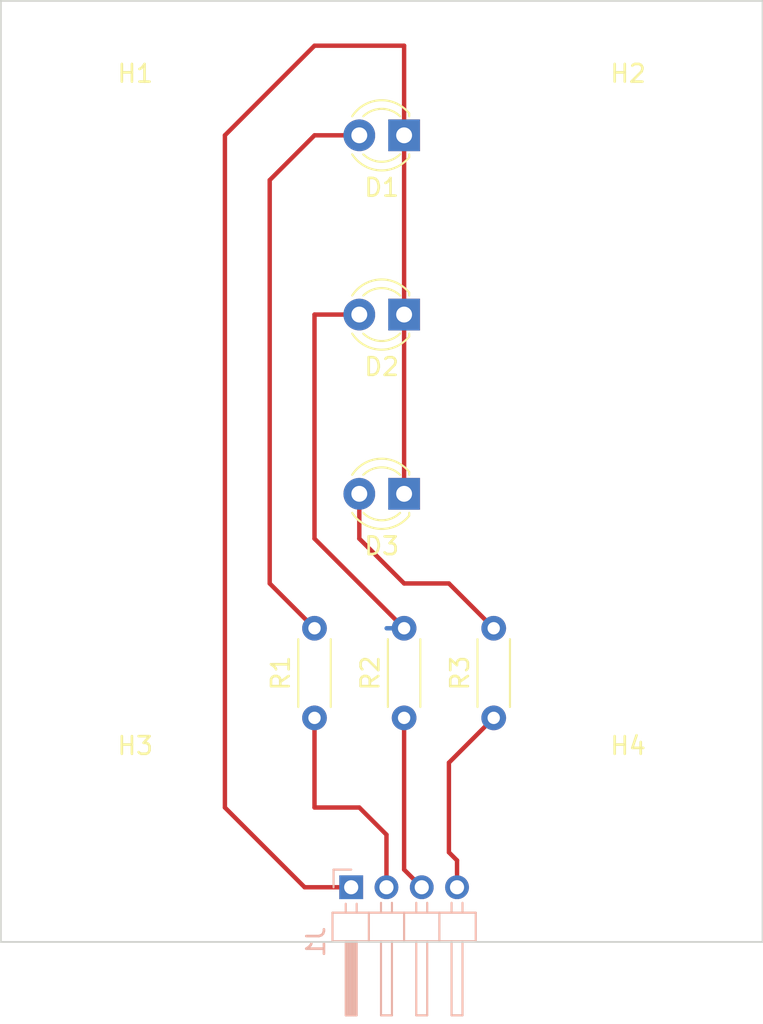
<source format=kicad_pcb>
(kicad_pcb (version 20221018) (generator pcbnew)
  (layers (0 "F.Cu" signal) (31 "B.Cu" signal) (34 "B.Paste" user) (35 "F.Paste" user) (36 "B.SilkS" user "B.Silkscreen") (37 "F.SilkS" user "F.Silkscreen") (38 "B.Mask" user) (39 "F.Mask" user) (44 "Edge.Cuts" user))
  (net 0 "")
  (net 1 "Net-(D1-K)")
  (net 2 "Net-(D1-A)")
  (net 3 "Net-(D2-A)")
  (net 4 "Net-(D3-A)")
  (net 5 "Net-(J1-Pin_2)")
  (net 6 "Net-(J1-Pin_3)")
  (net 7 "Net-(J1-Pin_4)")
  (footprint "MountingHole:MountingHole_2.5mm" (layer "F.Cu") (at 215.9 109.22)
    (fp_text reference "H4" (at 0 -3.5) (layer "F.SilkS"))
    (fp_text value "MountingHole")
    (pad "" np_thru_hole circle (at 0 0) (size 2.5 2.5) (drill 2.5) (layers "*.Cu" "*.Mask"))
  )
  (footprint "Resistor_THT:R_Axial_DIN0204_L3.6mm_D1.6mm_P5.08mm_Horizontal" (layer "F.Cu") (at 203.2 104.14 90)
    (fp_text reference "R2" (at 2.54 -1.92 90) (layer "F.SilkS"))
    (fp_text value "R")
    (fp_line (start 0.62 -0.92) (end 4.46 -0.92) (stroke (width 0.12)) (layer "F.SilkS"))
    (fp_line (start 0.62 0.92) (end 4.46 0.92) (stroke (width 0.12)) (layer "F.SilkS"))
    (pad "1" thru_hole circle (at 0 0 90) (size 1.4 1.4) (drill 0.7) (layers "*.Cu" "*.Mask") (net 6 "Net-(J1-Pin_3)"))
    (pad "2" thru_hole oval (at 5.08 0 90) (size 1.4 1.4) (drill 0.7) (layers "*.Cu" "*.Mask") (net 3 "Net-(D2-A)"))
  )
  (footprint "LED_THT:LED_D3.0mm" (layer "F.Cu") (at 203.2 71.12 180)
    (fp_text reference "D1" (at 1.27 -2.96) (layer "F.SilkS"))
    (fp_text value "LED")
    (fp_line (start -0.29 -1.236) (end -0.29 -1.08) (stroke (width 0.12)) (layer "F.SilkS"))
    (fp_line (start -0.29 1.08) (end -0.29 1.236) (stroke (width 0.12)) (layer "F.SilkS"))
    (fp_arc (start -0.29 -1.235516) (mid 1.366487 -1.987659) (end 2.942335 -1.078608) (stroke (width 0.12)) (layer "F.SilkS"))
    (fp_arc (start 0.229039 -1.08) (mid 1.270117 -1.5) (end 2.31113 -1.079837) (stroke (width 0.12)) (layer "F.SilkS"))
    (fp_arc (start 2.31113 1.079837) (mid 1.270117 1.5) (end 0.229039 1.08) (stroke (width 0.12)) (layer "F.SilkS"))
    (fp_arc (start 2.942335 1.078608) (mid 1.366487 1.987659) (end -0.29 1.235516) (stroke (width 0.12)) (layer "F.SilkS"))
    (pad "1" thru_hole rect (at 0 0 180) (size 1.8 1.8) (drill 0.9) (layers "*.Cu" "*.Mask") (net 1 "Net-(D1-K)"))
    (pad "2" thru_hole circle (at 2.54 0 180) (size 1.8 1.8) (drill 0.9) (layers "*.Cu" "*.Mask") (net 2 "Net-(D1-A)"))
  )
  (footprint "MountingHole:MountingHole_2.5mm" (layer "F.Cu") (at 187.96 71.12)
    (fp_text reference "H1" (at 0 -3.5) (layer "F.SilkS"))
    (fp_text value "MountingHole")
    (pad "" np_thru_hole circle (at 0 0) (size 2.5 2.5) (drill 2.5) (layers "*.Cu" "*.Mask"))
  )
  (footprint "Resistor_THT:R_Axial_DIN0204_L3.6mm_D1.6mm_P5.08mm_Horizontal" (layer "F.Cu") (at 198.12 104.14 90)
    (fp_text reference "R1" (at 2.54 -1.92 90) (layer "F.SilkS"))
    (fp_text value "R")
    (fp_line (start 0.62 -0.92) (end 4.46 -0.92) (stroke (width 0.12)) (layer "F.SilkS"))
    (fp_line (start 0.62 0.92) (end 4.46 0.92) (stroke (width 0.12)) (layer "F.SilkS"))
    (pad "1" thru_hole circle (at 0 0 90) (size 1.4 1.4) (drill 0.7) (layers "*.Cu" "*.Mask") (net 5 "Net-(J1-Pin_2)"))
    (pad "2" thru_hole oval (at 5.08 0 90) (size 1.4 1.4) (drill 0.7) (layers "*.Cu" "*.Mask") (net 2 "Net-(D1-A)"))
  )
  (footprint "LED_THT:LED_D3.0mm" (layer "F.Cu") (at 203.2 91.44 180)
    (fp_text reference "D3" (at 1.27 -2.96) (layer "F.SilkS"))
    (fp_text value "LED")
    (fp_line (start -0.29 -1.236) (end -0.29 -1.08) (stroke (width 0.12)) (layer "F.SilkS"))
    (fp_line (start -0.29 1.08) (end -0.29 1.236) (stroke (width 0.12)) (layer "F.SilkS"))
    (fp_arc (start -0.29 -1.235516) (mid 1.366487 -1.987659) (end 2.942335 -1.078608) (stroke (width 0.12)) (layer "F.SilkS"))
    (fp_arc (start 0.229039 -1.08) (mid 1.270117 -1.5) (end 2.31113 -1.079837) (stroke (width 0.12)) (layer "F.SilkS"))
    (fp_arc (start 2.31113 1.079837) (mid 1.270117 1.5) (end 0.229039 1.08) (stroke (width 0.12)) (layer "F.SilkS"))
    (fp_arc (start 2.942335 1.078608) (mid 1.366487 1.987659) (end -0.29 1.235516) (stroke (width 0.12)) (layer "F.SilkS"))
    (pad "1" thru_hole rect (at 0 0 180) (size 1.8 1.8) (drill 0.9) (layers "*.Cu" "*.Mask") (net 1 "Net-(D1-K)"))
    (pad "2" thru_hole circle (at 2.54 0 180) (size 1.8 1.8) (drill 0.9) (layers "*.Cu" "*.Mask") (net 4 "Net-(D3-A)"))
  )
  (footprint "LED_THT:LED_D3.0mm" (layer "F.Cu") (at 203.2 81.28 180)
    (fp_text reference "D2" (at 1.27 -2.96) (layer "F.SilkS"))
    (fp_text value "LED")
    (fp_line (start -0.29 -1.236) (end -0.29 -1.08) (stroke (width 0.12)) (layer "F.SilkS"))
    (fp_line (start -0.29 1.08) (end -0.29 1.236) (stroke (width 0.12)) (layer "F.SilkS"))
    (fp_arc (start -0.29 -1.235516) (mid 1.366487 -1.987659) (end 2.942335 -1.078608) (stroke (width 0.12)) (layer "F.SilkS"))
    (fp_arc (start 0.229039 -1.08) (mid 1.270117 -1.5) (end 2.31113 -1.079837) (stroke (width 0.12)) (layer "F.SilkS"))
    (fp_arc (start 2.31113 1.079837) (mid 1.270117 1.5) (end 0.229039 1.08) (stroke (width 0.12)) (layer "F.SilkS"))
    (fp_arc (start 2.942335 1.078608) (mid 1.366487 1.987659) (end -0.29 1.235516) (stroke (width 0.12)) (layer "F.SilkS"))
    (pad "1" thru_hole rect (at 0 0 180) (size 1.8 1.8) (drill 0.9) (layers "*.Cu" "*.Mask") (net 1 "Net-(D1-K)"))
    (pad "2" thru_hole circle (at 2.54 0 180) (size 1.8 1.8) (drill 0.9) (layers "*.Cu" "*.Mask") (net 3 "Net-(D2-A)"))
  )
  (footprint "Resistor_THT:R_Axial_DIN0204_L3.6mm_D1.6mm_P5.08mm_Horizontal" (layer "F.Cu") (at 208.28 104.14 90)
    (fp_text reference "R3" (at 2.54 -1.92 90) (layer "F.SilkS"))
    (fp_text value "R")
    (fp_line (start 0.62 -0.92) (end 4.46 -0.92) (stroke (width 0.12)) (layer "F.SilkS"))
    (fp_line (start 0.62 0.92) (end 4.46 0.92) (stroke (width 0.12)) (layer "F.SilkS"))
    (pad "1" thru_hole circle (at 0 0 90) (size 1.4 1.4) (drill 0.7) (layers "*.Cu" "*.Mask") (net 7 "Net-(J1-Pin_4)"))
    (pad "2" thru_hole oval (at 5.08 0 90) (size 1.4 1.4) (drill 0.7) (layers "*.Cu" "*.Mask") (net 4 "Net-(D3-A)"))
  )
  (footprint "MountingHole:MountingHole_2.5mm" (layer "F.Cu") (at 187.96 109.22)
    (fp_text reference "H3" (at 0 -3.5) (layer "F.SilkS"))
    (fp_text value "MountingHole")
    (pad "" np_thru_hole circle (at 0 0) (size 2.5 2.5) (drill 2.5) (layers "*.Cu" "*.Mask"))
  )
  (footprint "MountingHole:MountingHole_2.5mm" (layer "F.Cu") (at 215.9 71.12)
    (fp_text reference "H2" (at 0 -3.5) (layer "F.SilkS"))
    (fp_text value "MountingHole")
    (pad "" np_thru_hole circle (at 0 0) (size 2.5 2.5) (drill 2.5) (layers "*.Cu" "*.Mask"))
  )
  (footprint "Connector_PinHeader_2.00mm:PinHeader_1x04_P2.00mm_Horizontal" (layer "B.Cu") (at 200.2 113.74 -90)
    (fp_text reference "J1" (at 3.1 2 90) (layer "B.SilkS") (effects (justify mirror)))
    (fp_text value "Conn_01x04")
    (fp_line (start -1 0) (end -1 1) (stroke (width 0.12)) (layer "B.SilkS"))
    (fp_line (start -1 1) (end 0 1) (stroke (width 0.12)) (layer "B.SilkS"))
    (fp_line (start 0.882114 -6.31) (end 1.44 -6.31) (stroke (width 0.12)) (layer "B.SilkS"))
    (fp_line (start 0.882114 -5.69) (end 1.44 -5.69) (stroke (width 0.12)) (layer "B.SilkS"))
    (fp_line (start 0.882114 -4.31) (end 1.44 -4.31) (stroke (width 0.12)) (layer "B.SilkS"))
    (fp_line (start 0.882114 -3.69) (end 1.44 -3.69) (stroke (width 0.12)) (layer "B.SilkS"))
    (fp_line (start 0.882114 -2.31) (end 1.44 -2.31) (stroke (width 0.12)) (layer "B.SilkS"))
    (fp_line (start 0.882114 -1.69) (end 1.44 -1.69) (stroke (width 0.12)) (layer "B.SilkS"))
    (fp_line (start 0.935 -0.31) (end 1.44 -0.31) (stroke (width 0.12)) (layer "B.SilkS"))
    (fp_line (start 0.935 0.31) (end 1.44 0.31) (stroke (width 0.12)) (layer "B.SilkS"))
    (fp_line (start 1.44 -7.06) (end 3.06 -7.06) (stroke (width 0.12)) (layer "B.SilkS"))
    (fp_line (start 1.44 -5) (end 3.06 -5) (stroke (width 0.12)) (layer "B.SilkS"))
    (fp_line (start 1.44 -3) (end 3.06 -3) (stroke (width 0.12)) (layer "B.SilkS"))
    (fp_line (start 1.44 -1) (end 3.06 -1) (stroke (width 0.12)) (layer "B.SilkS"))
    (fp_line (start 1.44 1.06) (end 1.44 -7.06) (stroke (width 0.12)) (layer "B.SilkS"))
    (fp_line (start 3.06 -7.06) (end 3.06 1.06) (stroke (width 0.12)) (layer "B.SilkS"))
    (fp_line (start 3.06 -5.69) (end 7.26 -5.69) (stroke (width 0.12)) (layer "B.SilkS"))
    (fp_line (start 3.06 -3.69) (end 7.26 -3.69) (stroke (width 0.12)) (layer "B.SilkS"))
    (fp_line (start 3.06 -1.69) (end 7.26 -1.69) (stroke (width 0.12)) (layer "B.SilkS"))
    (fp_line (start 3.06 -0.23) (end 7.26 -0.23) (stroke (width 0.12)) (layer "B.SilkS"))
    (fp_line (start 3.06 -0.11) (end 7.26 -0.11) (stroke (width 0.12)) (layer "B.SilkS"))
    (fp_line (start 3.06 0.01) (end 7.26 0.01) (stroke (width 0.12)) (layer "B.SilkS"))
    (fp_line (start 3.06 0.13) (end 7.26 0.13) (stroke (width 0.12)) (layer "B.SilkS"))
    (fp_line (start 3.06 0.25) (end 7.26 0.25) (stroke (width 0.12)) (layer "B.SilkS"))
    (fp_line (start 3.06 0.31) (end 7.26 0.31) (stroke (width 0.12)) (layer "B.SilkS"))
    (fp_line (start 3.06 1.06) (end 1.44 1.06) (stroke (width 0.12)) (layer "B.SilkS"))
    (fp_line (start 7.26 -6.31) (end 3.06 -6.31) (stroke (width 0.12)) (layer "B.SilkS"))
    (fp_line (start 7.26 -5.69) (end 7.26 -6.31) (stroke (width 0.12)) (layer "B.SilkS"))
    (fp_line (start 7.26 -4.31) (end 3.06 -4.31) (stroke (width 0.12)) (layer "B.SilkS"))
    (fp_line (start 7.26 -3.69) (end 7.26 -4.31) (stroke (width 0.12)) (layer "B.SilkS"))
    (fp_line (start 7.26 -2.31) (end 3.06 -2.31) (stroke (width 0.12)) (layer "B.SilkS"))
    (fp_line (start 7.26 -1.69) (end 7.26 -2.31) (stroke (width 0.12)) (layer "B.SilkS"))
    (fp_line (start 7.26 -0.31) (end 3.06 -0.31) (stroke (width 0.12)) (layer "B.SilkS"))
    (fp_line (start 7.26 0.31) (end 7.26 -0.31) (stroke (width 0.12)) (layer "B.SilkS"))
    (pad "1" thru_hole rect (at 0 0 270) (size 1.35 1.35) (drill 0.8) (layers "*.Cu" "*.Mask") (net 1 "Net-(D1-K)"))
    (pad "2" thru_hole oval (at 0 -2 270) (size 1.35 1.35) (drill 0.8) (layers "*.Cu" "*.Mask") (net 5 "Net-(J1-Pin_2)"))
    (pad "3" thru_hole oval (at 0 -4 270) (size 1.35 1.35) (drill 0.8) (layers "*.Cu" "*.Mask") (net 6 "Net-(J1-Pin_3)"))
    (pad "4" thru_hole oval (at 0 -6 270) (size 1.35 1.35) (drill 0.8) (layers "*.Cu" "*.Mask") (net 7 "Net-(J1-Pin_4)"))
  )
  (gr_line (start 223.52 116.84) (end 180.34 116.84) (stroke (width 0.1)) (layer "Edge.Cuts"))
  (gr_line (start 223.52 63.5) (end 223.52 116.84) (stroke (width 0.1)) (layer "Edge.Cuts"))
  (gr_line (start 180.34 63.5) (end 223.52 63.5) (stroke (width 0.1)) (layer "Edge.Cuts"))
  (gr_line (start 180.34 116.84) (end 180.34 63.5) (stroke (width 0.1)) (layer "Edge.Cuts"))
  (segment (start 203.2 71.12) (end 203.2 66.04) (width 0.25) (layer "F.Cu") (net 1))
  (segment (start 193.04 71.12) (end 193.04 109.22) (width 0.25) (layer "F.Cu") (net 1))
  (segment (start 203.2 66.04) (end 198.12 66.04) (width 0.25) (layer "F.Cu") (net 1))
  (segment (start 203.2 81.28) (end 203.2 91.44) (width 0.25) (layer "F.Cu") (net 1))
  (segment (start 193.04 109.22) (end 197.56 113.74) (width 0.25) (layer "F.Cu") (net 1))
  (segment (start 198.12 66.04) (end 193.04 71.12) (width 0.25) (layer "F.Cu") (net 1))
  (segment (start 203.2 71.12) (end 203.2 81.28) (width 0.25) (layer "F.Cu") (net 1))
  (segment (start 197.56 113.74) (end 200.2 113.74) (width 0.25) (layer "F.Cu") (net 1))
  (segment (start 200.1 113.74) (end 200.2 113.74) (width 0.25) (layer "B.Cu") (net 1))
  (segment (start 198.12 71.12) (end 200.66 71.12) (width 0.25) (layer "F.Cu") (net 2))
  (segment (start 195.58 96.52) (end 195.58 73.66) (width 0.25) (layer "F.Cu") (net 2))
  (segment (start 198.12 99.06) (end 195.58 96.52) (width 0.25) (layer "F.Cu") (net 2))
  (segment (start 195.58 73.66) (end 198.12 71.12) (width 0.25) (layer "F.Cu") (net 2))
  (segment (start 198.12 93.98) (end 198.12 81.28) (width 0.25) (layer "F.Cu") (net 3))
  (segment (start 203.2 99.06) (end 198.12 93.98) (width 0.25) (layer "F.Cu") (net 3))
  (segment (start 198.12 81.28) (end 200.66 81.28) (width 0.25) (layer "F.Cu") (net 3))
  (segment (start 202.210051 99.06) (end 203.2 99.06) (width 0.25) (layer "B.Cu") (net 3))
  (segment (start 203.2 96.52) (end 200.66 93.98) (width 0.25) (layer "F.Cu") (net 4))
  (segment (start 205.74 96.52) (end 203.2 96.52) (width 0.25) (layer "F.Cu") (net 4))
  (segment (start 208.28 99.06) (end 205.74 96.52) (width 0.25) (layer "F.Cu") (net 4))
  (segment (start 200.66 93.98) (end 200.66 91.44) (width 0.25) (layer "F.Cu") (net 4))
  (segment (start 200.66 109.22) (end 202.2 110.76) (width 0.25) (layer "F.Cu") (net 5))
  (segment (start 198.12 109.22) (end 200.66 109.22) (width 0.25) (layer "F.Cu") (net 5))
  (segment (start 198.12 104.14) (end 198.12 109.22) (width 0.25) (layer "F.Cu") (net 5))
  (segment (start 202.2 110.76) (end 202.2 113.74) (width 0.25) (layer "F.Cu") (net 5))
  (segment (start 203.2 104.14) (end 203.2 112.74) (width 0.25) (layer "F.Cu") (net 6))
  (segment (start 203.2 112.74) (end 204.2 113.74) (width 0.25) (layer "F.Cu") (net 6))
  (segment (start 206.2 112.22) (end 206.2 113.74) (width 0.25) (layer "F.Cu") (net 7))
  (segment (start 205.74 111.76) (end 206.2 112.22) (width 0.25) (layer "F.Cu") (net 7))
  (segment (start 208.28 104.14) (end 205.74 106.68) (width 0.25) (layer "F.Cu") (net 7))
  (segment (start 205.74 106.68) (end 205.74 111.76) (width 0.25) (layer "F.Cu") (net 7))
)
</source>
